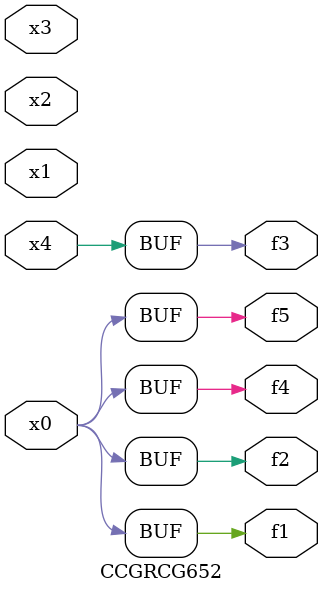
<source format=v>
module CCGRCG652(
	input x0, x1, x2, x3, x4,
	output f1, f2, f3, f4, f5
);
	assign f1 = x0;
	assign f2 = x0;
	assign f3 = x4;
	assign f4 = x0;
	assign f5 = x0;
endmodule

</source>
